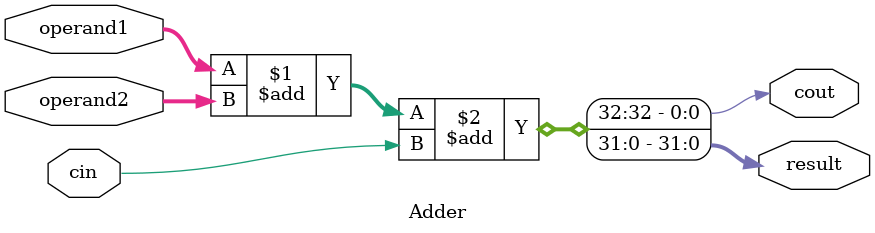
<source format=v>
module Adder(
    input [31:0] operand1,
    input [31:0] operand2,
    input cin,
    output [31:0] result,
    output cout
);
    assign {cout, result} = operand1 + operand2 + cin;
endmodule
</source>
